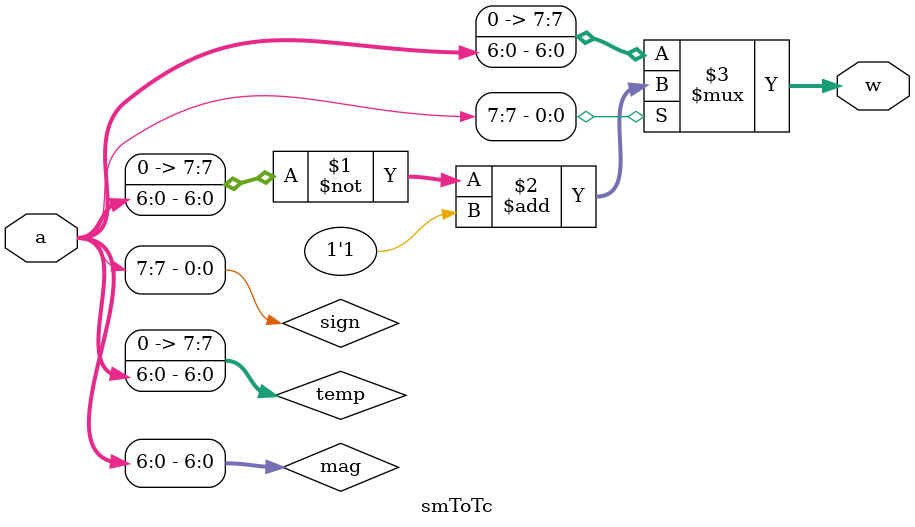
<source format=v>
`timescale 1ns / 1ps

module smToTc #(parameter DW = 8)( input[DW-1:0] a, output[DW-1:0] w);
	wire [DW-2:0] mag;
	wire [DW-1:0] temp;
	wire sign;
	assign sign = a[DW-1];
	assign mag = a[DW-2:0];
	
	assign temp = {1'b0, mag};
	assign w = (sign) ? (~temp + 1'b1) : temp;

endmodule

</source>
